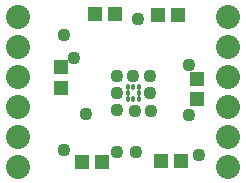
<source format=gts>
G75*
%MOIN*%
%OFA0B0*%
%FSLAX24Y24*%
%IPPOS*%
%LPD*%
%AMOC8*
5,1,8,0,0,1.08239X$1,22.5*
%
%ADD10C,0.0180*%
%ADD11R,0.0493X0.0454*%
%ADD12R,0.0454X0.0493*%
%ADD13C,0.0800*%
%ADD14C,0.0436*%
D10*
X004327Y003236D03*
X004524Y003236D03*
X004721Y003236D03*
X004721Y003433D03*
X004721Y003630D03*
X004524Y003630D03*
X004327Y003630D03*
X004327Y003433D03*
D11*
X003461Y001119D03*
X002792Y001119D03*
X005434Y001161D03*
X006103Y001161D03*
X006001Y006041D03*
X005331Y006041D03*
X003910Y006075D03*
X003241Y006075D03*
D12*
X002100Y004284D03*
X002100Y003615D03*
X006631Y003890D03*
X006631Y003221D03*
D13*
X000670Y000977D03*
X000670Y001977D03*
X000670Y002977D03*
X000670Y003977D03*
X000670Y004977D03*
X000670Y005977D03*
X007670Y005977D03*
X007670Y004977D03*
X007670Y003977D03*
X007670Y002977D03*
X007670Y001977D03*
X007670Y000977D03*
D14*
X006710Y001370D03*
X006381Y002715D03*
X005124Y002833D03*
X004585Y002833D03*
X003985Y002873D03*
X003964Y003433D03*
X003964Y003994D03*
X004524Y003994D03*
X005085Y003994D03*
X005085Y003433D03*
X006373Y004380D03*
X004678Y005894D03*
X002538Y004588D03*
X002198Y005355D03*
X002950Y002739D03*
X002194Y001528D03*
X003981Y001463D03*
X004609Y001477D03*
M02*

</source>
